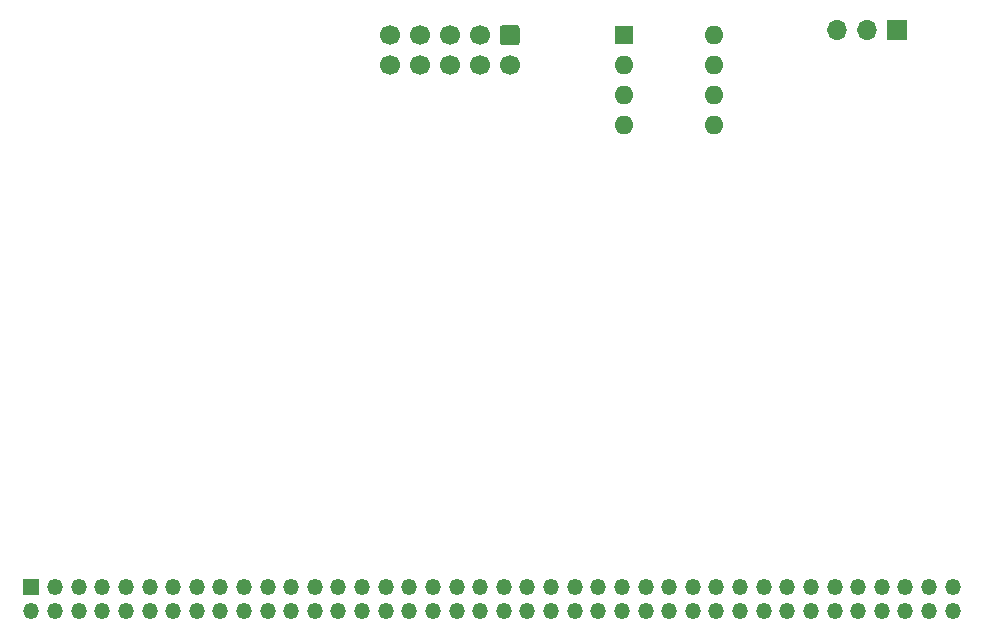
<source format=gbs>
G04 #@! TF.GenerationSoftware,KiCad,Pcbnew,(5.1.9)-1*
G04 #@! TF.CreationDate,2021-06-19T06:27:32+02:00*
G04 #@! TF.ProjectId,ZXUnCore,5a58556e-436f-4726-952e-6b696361645f,rev?*
G04 #@! TF.SameCoordinates,Original*
G04 #@! TF.FileFunction,Soldermask,Bot*
G04 #@! TF.FilePolarity,Negative*
%FSLAX46Y46*%
G04 Gerber Fmt 4.6, Leading zero omitted, Abs format (unit mm)*
G04 Created by KiCad (PCBNEW (5.1.9)-1) date 2021-06-19 06:27:32*
%MOMM*%
%LPD*%
G01*
G04 APERTURE LIST*
%ADD10O,1.700000X1.700000*%
%ADD11R,1.700000X1.700000*%
%ADD12C,1.700000*%
%ADD13O,1.350000X1.350000*%
%ADD14R,1.350000X1.350000*%
%ADD15O,1.600000X1.600000*%
%ADD16R,1.600000X1.600000*%
G04 APERTURE END LIST*
D10*
X172100000Y-66870000D03*
X174640000Y-66870000D03*
D11*
X177180000Y-66870000D03*
D12*
X134220000Y-69840000D03*
X136760000Y-69840000D03*
X139300000Y-69840000D03*
X141840000Y-69840000D03*
X144380000Y-69840000D03*
X134220000Y-67300000D03*
X136760000Y-67300000D03*
X139300000Y-67300000D03*
X141840000Y-67300000D03*
G36*
G01*
X143780000Y-66450000D02*
X144980000Y-66450000D01*
G75*
G02*
X145230000Y-66700000I0J-250000D01*
G01*
X145230000Y-67900000D01*
G75*
G02*
X144980000Y-68150000I-250000J0D01*
G01*
X143780000Y-68150000D01*
G75*
G02*
X143530000Y-67900000I0J250000D01*
G01*
X143530000Y-66700000D01*
G75*
G02*
X143780000Y-66450000I250000J0D01*
G01*
G37*
D13*
X181886000Y-116046000D03*
X181886000Y-114046000D03*
X179886000Y-116046000D03*
X179886000Y-114046000D03*
X177886000Y-116046000D03*
X177886000Y-114046000D03*
X175886000Y-116046000D03*
X175886000Y-114046000D03*
X173886000Y-116046000D03*
X173886000Y-114046000D03*
X171886000Y-116046000D03*
X171886000Y-114046000D03*
X169886000Y-116046000D03*
X169886000Y-114046000D03*
X167886000Y-116046000D03*
X167886000Y-114046000D03*
X165886000Y-116046000D03*
X165886000Y-114046000D03*
X163886000Y-116046000D03*
X163886000Y-114046000D03*
X161886000Y-116046000D03*
X161886000Y-114046000D03*
X159886000Y-116046000D03*
X159886000Y-114046000D03*
X157886000Y-116046000D03*
X157886000Y-114046000D03*
X155886000Y-116046000D03*
X155886000Y-114046000D03*
X153886000Y-116046000D03*
X153886000Y-114046000D03*
X151886000Y-116046000D03*
X151886000Y-114046000D03*
X149886000Y-116046000D03*
X149886000Y-114046000D03*
X147886000Y-116046000D03*
X147886000Y-114046000D03*
X145886000Y-116046000D03*
X145886000Y-114046000D03*
X143886000Y-116046000D03*
X143886000Y-114046000D03*
X141886000Y-116046000D03*
X141886000Y-114046000D03*
X139886000Y-116046000D03*
X139886000Y-114046000D03*
X137886000Y-116046000D03*
X137886000Y-114046000D03*
X135886000Y-116046000D03*
X135886000Y-114046000D03*
X133886000Y-116046000D03*
X133886000Y-114046000D03*
X131886000Y-116046000D03*
X131886000Y-114046000D03*
X129886000Y-116046000D03*
X129886000Y-114046000D03*
X127886000Y-116046000D03*
X127886000Y-114046000D03*
X125886000Y-116046000D03*
X125886000Y-114046000D03*
X123886000Y-116046000D03*
X123886000Y-114046000D03*
X121886000Y-116046000D03*
X121886000Y-114046000D03*
X119886000Y-116046000D03*
X119886000Y-114046000D03*
X117886000Y-116046000D03*
X117886000Y-114046000D03*
X115886000Y-116046000D03*
X115886000Y-114046000D03*
X113886000Y-116046000D03*
X113886000Y-114046000D03*
X111886000Y-116046000D03*
X111886000Y-114046000D03*
X109886000Y-116046000D03*
X109886000Y-114046000D03*
X107886000Y-116046000D03*
X107886000Y-114046000D03*
X105886000Y-116046000D03*
X105886000Y-114046000D03*
X103886000Y-116046000D03*
D14*
X103886000Y-114046000D03*
D15*
X161640000Y-67250000D03*
X154020000Y-74870000D03*
X161640000Y-69790000D03*
X154020000Y-72330000D03*
X161640000Y-72330000D03*
X154020000Y-69790000D03*
X161640000Y-74870000D03*
D16*
X154020000Y-67250000D03*
M02*

</source>
